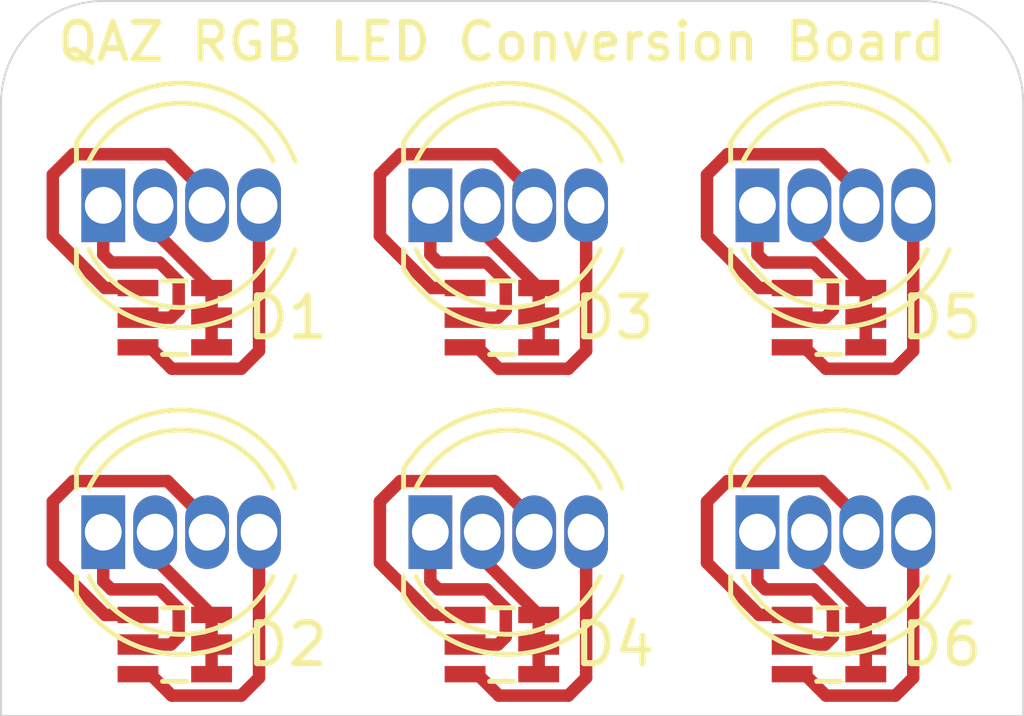
<source format=kicad_pcb>
(kicad_pcb (version 20171130) (host pcbnew "(5.1.4)-1")

  (general
    (thickness 1.6)
    (drawings 7)
    (tracks 138)
    (zones 0)
    (modules 12)
    (nets 25)
  )

  (page A4)
  (title_block
    (title "QAZ RGB LED Breakout Board")
    (date 2020-10-18)
    (rev v1.0)
    (company "Anthony Needles")
  )

  (layers
    (0 F.Cu signal)
    (31 B.Cu signal)
    (32 B.Adhes user)
    (33 F.Adhes user)
    (34 B.Paste user)
    (35 F.Paste user)
    (36 B.SilkS user)
    (37 F.SilkS user)
    (38 B.Mask user)
    (39 F.Mask user)
    (40 Dwgs.User user)
    (41 Cmts.User user)
    (42 Eco1.User user)
    (43 Eco2.User user)
    (44 Edge.Cuts user)
    (45 Margin user)
    (46 B.CrtYd user)
    (47 F.CrtYd user)
    (48 B.Fab user)
    (49 F.Fab user hide)
  )

  (setup
    (last_trace_width 0.3048)
    (user_trace_width 0.2032)
    (user_trace_width 0.254)
    (user_trace_width 0.3048)
    (user_trace_width 0.508)
    (trace_clearance 0.1524)
    (zone_clearance 0.508)
    (zone_45_only no)
    (trace_min 0.2)
    (via_size 0.8)
    (via_drill 0.4)
    (via_min_size 0.4)
    (via_min_drill 0.3)
    (user_via 1.016 0.508)
    (uvia_size 0.3)
    (uvia_drill 0.1)
    (uvias_allowed no)
    (uvia_min_size 0.2)
    (uvia_min_drill 0.1)
    (edge_width 0.05)
    (segment_width 0.2)
    (pcb_text_width 0.3)
    (pcb_text_size 1.5 1.5)
    (mod_edge_width 0.12)
    (mod_text_size 1 1)
    (mod_text_width 0.15)
    (pad_size 1.524 1.524)
    (pad_drill 0.762)
    (pad_to_mask_clearance 0.0508)
    (aux_axis_origin 0 0)
    (grid_origin 151.384 105.41)
    (visible_elements 7FFFFFFF)
    (pcbplotparams
      (layerselection 0x010f0_ffffffff)
      (usegerberextensions false)
      (usegerberattributes true)
      (usegerberadvancedattributes true)
      (creategerberjobfile true)
      (excludeedgelayer true)
      (linewidth 0.100000)
      (plotframeref false)
      (viasonmask false)
      (mode 1)
      (useauxorigin false)
      (hpglpennumber 1)
      (hpglpenspeed 20)
      (hpglpendiameter 15.000000)
      (psnegative false)
      (psa4output false)
      (plotreference true)
      (plotvalue true)
      (plotinvisibletext false)
      (padsonsilk false)
      (subtractmaskfromsilk false)
      (outputformat 1)
      (mirror false)
      (drillshape 0)
      (scaleselection 1)
      (outputdirectory "QAZ_rgb_led_breakoutboard_out/"))
  )

  (net 0 "")
  (net 1 "Net-(D1-Pad5)")
  (net 2 "Net-(D1-Pad2)")
  (net 3 "Net-(D1-Pad1)")
  (net 4 "Net-(D1-Pad3)")
  (net 5 "Net-(D2-Pad5)")
  (net 6 "Net-(D2-Pad1)")
  (net 7 "Net-(D2-Pad3)")
  (net 8 "Net-(D3-Pad5)")
  (net 9 "Net-(D3-Pad1)")
  (net 10 "Net-(D3-Pad3)")
  (net 11 "Net-(D10-Pad1)")
  (net 12 "Net-(D10-Pad4)")
  (net 13 "Net-(D10-Pad3)")
  (net 14 "Net-(D11-Pad1)")
  (net 15 "Net-(D11-Pad4)")
  (net 16 "Net-(D11-Pad3)")
  (net 17 "Net-(D12-Pad1)")
  (net 18 "Net-(D12-Pad4)")
  (net 19 "Net-(D12-Pad3)")
  (net 20 "Net-(D2-Pad2)")
  (net 21 "Net-(D3-Pad2)")
  (net 22 "Net-(D10-Pad2)")
  (net 23 "Net-(D11-Pad2)")
  (net 24 "Net-(D12-Pad2)")

  (net_class Default "This is the default net class."
    (clearance 0.1524)
    (trace_width 0.25)
    (via_dia 0.8)
    (via_drill 0.4)
    (uvia_dia 0.3)
    (uvia_drill 0.1)
    (add_net "Net-(D1-Pad1)")
    (add_net "Net-(D1-Pad2)")
    (add_net "Net-(D1-Pad3)")
    (add_net "Net-(D1-Pad5)")
    (add_net "Net-(D10-Pad1)")
    (add_net "Net-(D10-Pad2)")
    (add_net "Net-(D10-Pad3)")
    (add_net "Net-(D10-Pad4)")
    (add_net "Net-(D11-Pad1)")
    (add_net "Net-(D11-Pad2)")
    (add_net "Net-(D11-Pad3)")
    (add_net "Net-(D11-Pad4)")
    (add_net "Net-(D12-Pad1)")
    (add_net "Net-(D12-Pad2)")
    (add_net "Net-(D12-Pad3)")
    (add_net "Net-(D12-Pad4)")
    (add_net "Net-(D2-Pad1)")
    (add_net "Net-(D2-Pad2)")
    (add_net "Net-(D2-Pad3)")
    (add_net "Net-(D2-Pad5)")
    (add_net "Net-(D3-Pad1)")
    (add_net "Net-(D3-Pad2)")
    (add_net "Net-(D3-Pad3)")
    (add_net "Net-(D3-Pad5)")
  )

  (module QAZ:0606_1616Metric_HS (layer F.Cu) (tedit 60A834A8) (tstamp 60A8A2E5)
    (at 121.634 73.66 180)
    (path /60AE49AF)
    (fp_text reference D6 (at -2.75 0) (layer F.SilkS)
      (effects (font (size 1 1) (thickness 0.15)))
    )
    (fp_text value 19-337C_RSBHGHC-A88_4T (at 0 -3.5) (layer F.Fab)
      (effects (font (size 1 1) (thickness 0.15)))
    )
    (fp_line (start -0.3 0.9) (end 0.3 0.9) (layer F.SilkS) (width 0.12))
    (fp_line (start -0.3 -0.9) (end 0.3 -0.9) (layer F.SilkS) (width 0.12))
    (fp_line (start -1.5 -1) (end -1.5 -0.9) (layer F.CrtYd) (width 0.05))
    (fp_line (start -1.5 1) (end -1.5 0.9) (layer F.CrtYd) (width 0.05))
    (fp_line (start 1.5 1) (end 1.5 0.9) (layer F.CrtYd) (width 0.05))
    (fp_line (start 1.5 -0.9) (end 1.5 -1) (layer F.CrtYd) (width 0.05))
    (fp_line (start -1.5 0.9) (end -1.5 -0.9) (layer F.CrtYd) (width 0.05))
    (fp_line (start 1.5 -0.9) (end 1.5 0.9) (layer F.CrtYd) (width 0.05))
    (fp_line (start -1.5 1) (end 1.5 1) (layer F.CrtYd) (width 0.05))
    (fp_line (start -1.5 -1) (end 1.5 -1) (layer F.CrtYd) (width 0.05))
    (fp_line (start -0.8 0.8) (end -0.8 -0.8) (layer F.Fab) (width 0.05))
    (fp_line (start 0.8 0.8) (end -0.8 0.8) (layer F.Fab) (width 0.05))
    (fp_line (start 0.8 -0.8) (end 0.8 0.8) (layer F.Fab) (width 0.05))
    (fp_line (start -0.8 -0.8) (end 0.8 -0.8) (layer F.Fab) (width 0.05))
    (pad 5 smd rect (at 0.9 0.725) (size 1 0.4) (layers F.Cu F.Paste F.Mask)
      (net 19 "Net-(D12-Pad3)"))
    (pad 6 smd rect (at -0.9 0.725 180) (size 1 0.4) (layers F.Cu F.Paste F.Mask)
      (net 24 "Net-(D12-Pad2)"))
    (pad 1 smd rect (at 0.9 -0.725) (size 1 0.4) (layers F.Cu F.Paste F.Mask)
      (net 18 "Net-(D12-Pad4)"))
    (pad 2 smd rect (at -0.9 -0.725 180) (size 1 0.4) (layers F.Cu F.Paste F.Mask)
      (net 24 "Net-(D12-Pad2)"))
    (pad 3 smd rect (at 0.9 0) (size 1 0.5) (layers F.Cu F.Paste F.Mask)
      (net 17 "Net-(D12-Pad1)"))
    (pad 4 smd rect (at -0.9 0 180) (size 1 0.5) (layers F.Cu F.Paste F.Mask)
      (net 24 "Net-(D12-Pad2)"))
  )

  (module QAZ:0606_1616Metric_HS (layer F.Cu) (tedit 60A834A8) (tstamp 60A8A29F)
    (at 113.634 73.66 180)
    (path /60AE41B1)
    (fp_text reference D4 (at -2.75 0) (layer F.SilkS)
      (effects (font (size 1 1) (thickness 0.15)))
    )
    (fp_text value 19-337C_RSBHGHC-A88_4T (at 0 -3.5) (layer F.Fab)
      (effects (font (size 1 1) (thickness 0.15)))
    )
    (fp_line (start -0.3 0.9) (end 0.3 0.9) (layer F.SilkS) (width 0.12))
    (fp_line (start -0.3 -0.9) (end 0.3 -0.9) (layer F.SilkS) (width 0.12))
    (fp_line (start -1.5 -1) (end -1.5 -0.9) (layer F.CrtYd) (width 0.05))
    (fp_line (start -1.5 1) (end -1.5 0.9) (layer F.CrtYd) (width 0.05))
    (fp_line (start 1.5 1) (end 1.5 0.9) (layer F.CrtYd) (width 0.05))
    (fp_line (start 1.5 -0.9) (end 1.5 -1) (layer F.CrtYd) (width 0.05))
    (fp_line (start -1.5 0.9) (end -1.5 -0.9) (layer F.CrtYd) (width 0.05))
    (fp_line (start 1.5 -0.9) (end 1.5 0.9) (layer F.CrtYd) (width 0.05))
    (fp_line (start -1.5 1) (end 1.5 1) (layer F.CrtYd) (width 0.05))
    (fp_line (start -1.5 -1) (end 1.5 -1) (layer F.CrtYd) (width 0.05))
    (fp_line (start -0.8 0.8) (end -0.8 -0.8) (layer F.Fab) (width 0.05))
    (fp_line (start 0.8 0.8) (end -0.8 0.8) (layer F.Fab) (width 0.05))
    (fp_line (start 0.8 -0.8) (end 0.8 0.8) (layer F.Fab) (width 0.05))
    (fp_line (start -0.8 -0.8) (end 0.8 -0.8) (layer F.Fab) (width 0.05))
    (pad 5 smd rect (at 0.9 0.725) (size 1 0.4) (layers F.Cu F.Paste F.Mask)
      (net 13 "Net-(D10-Pad3)"))
    (pad 6 smd rect (at -0.9 0.725 180) (size 1 0.4) (layers F.Cu F.Paste F.Mask)
      (net 22 "Net-(D10-Pad2)"))
    (pad 1 smd rect (at 0.9 -0.725) (size 1 0.4) (layers F.Cu F.Paste F.Mask)
      (net 12 "Net-(D10-Pad4)"))
    (pad 2 smd rect (at -0.9 -0.725 180) (size 1 0.4) (layers F.Cu F.Paste F.Mask)
      (net 22 "Net-(D10-Pad2)"))
    (pad 3 smd rect (at 0.9 0) (size 1 0.5) (layers F.Cu F.Paste F.Mask)
      (net 11 "Net-(D10-Pad1)"))
    (pad 4 smd rect (at -0.9 0 180) (size 1 0.5) (layers F.Cu F.Paste F.Mask)
      (net 22 "Net-(D10-Pad2)"))
  )

  (module QAZ:0606_1616Metric_HS (layer F.Cu) (tedit 60A834A8) (tstamp 60A8A629)
    (at 105.634 73.66 180)
    (path /60AE324C)
    (fp_text reference D2 (at -2.75 0) (layer F.SilkS)
      (effects (font (size 1 1) (thickness 0.15)))
    )
    (fp_text value 19-337C_RSBHGHC-A88_4T (at 0 -3.5) (layer F.Fab)
      (effects (font (size 1 1) (thickness 0.15)))
    )
    (fp_line (start -0.3 0.9) (end 0.3 0.9) (layer F.SilkS) (width 0.12))
    (fp_line (start -0.3 -0.9) (end 0.3 -0.9) (layer F.SilkS) (width 0.12))
    (fp_line (start -1.5 -1) (end -1.5 -0.9) (layer F.CrtYd) (width 0.05))
    (fp_line (start -1.5 1) (end -1.5 0.9) (layer F.CrtYd) (width 0.05))
    (fp_line (start 1.5 1) (end 1.5 0.9) (layer F.CrtYd) (width 0.05))
    (fp_line (start 1.5 -0.9) (end 1.5 -1) (layer F.CrtYd) (width 0.05))
    (fp_line (start -1.5 0.9) (end -1.5 -0.9) (layer F.CrtYd) (width 0.05))
    (fp_line (start 1.5 -0.9) (end 1.5 0.9) (layer F.CrtYd) (width 0.05))
    (fp_line (start -1.5 1) (end 1.5 1) (layer F.CrtYd) (width 0.05))
    (fp_line (start -1.5 -1) (end 1.5 -1) (layer F.CrtYd) (width 0.05))
    (fp_line (start -0.8 0.8) (end -0.8 -0.8) (layer F.Fab) (width 0.05))
    (fp_line (start 0.8 0.8) (end -0.8 0.8) (layer F.Fab) (width 0.05))
    (fp_line (start 0.8 -0.8) (end 0.8 0.8) (layer F.Fab) (width 0.05))
    (fp_line (start -0.8 -0.8) (end 0.8 -0.8) (layer F.Fab) (width 0.05))
    (pad 5 smd rect (at 0.9 0.725) (size 1 0.4) (layers F.Cu F.Paste F.Mask)
      (net 5 "Net-(D2-Pad5)"))
    (pad 6 smd rect (at -0.9 0.725 180) (size 1 0.4) (layers F.Cu F.Paste F.Mask)
      (net 20 "Net-(D2-Pad2)"))
    (pad 1 smd rect (at 0.9 -0.725) (size 1 0.4) (layers F.Cu F.Paste F.Mask)
      (net 6 "Net-(D2-Pad1)"))
    (pad 2 smd rect (at -0.9 -0.725 180) (size 1 0.4) (layers F.Cu F.Paste F.Mask)
      (net 20 "Net-(D2-Pad2)"))
    (pad 3 smd rect (at 0.9 0) (size 1 0.5) (layers F.Cu F.Paste F.Mask)
      (net 7 "Net-(D2-Pad3)"))
    (pad 4 smd rect (at -0.9 0 180) (size 1 0.5) (layers F.Cu F.Paste F.Mask)
      (net 20 "Net-(D2-Pad2)"))
  )

  (module QAZ:0606_1616Metric_HS (layer F.Cu) (tedit 60A834A8) (tstamp 60A88D7D)
    (at 121.634 65.66 180)
    (path /60AE2A26)
    (fp_text reference D5 (at -2.75 0) (layer F.SilkS)
      (effects (font (size 1 1) (thickness 0.15)))
    )
    (fp_text value 19-337C_RSBHGHC-A88_4T (at 0 -3.5) (layer F.Fab)
      (effects (font (size 1 1) (thickness 0.15)))
    )
    (fp_line (start -0.3 0.9) (end 0.3 0.9) (layer F.SilkS) (width 0.12))
    (fp_line (start -0.3 -0.9) (end 0.3 -0.9) (layer F.SilkS) (width 0.12))
    (fp_line (start -1.5 -1) (end -1.5 -0.9) (layer F.CrtYd) (width 0.05))
    (fp_line (start -1.5 1) (end -1.5 0.9) (layer F.CrtYd) (width 0.05))
    (fp_line (start 1.5 1) (end 1.5 0.9) (layer F.CrtYd) (width 0.05))
    (fp_line (start 1.5 -0.9) (end 1.5 -1) (layer F.CrtYd) (width 0.05))
    (fp_line (start -1.5 0.9) (end -1.5 -0.9) (layer F.CrtYd) (width 0.05))
    (fp_line (start 1.5 -0.9) (end 1.5 0.9) (layer F.CrtYd) (width 0.05))
    (fp_line (start -1.5 1) (end 1.5 1) (layer F.CrtYd) (width 0.05))
    (fp_line (start -1.5 -1) (end 1.5 -1) (layer F.CrtYd) (width 0.05))
    (fp_line (start -0.8 0.8) (end -0.8 -0.8) (layer F.Fab) (width 0.05))
    (fp_line (start 0.8 0.8) (end -0.8 0.8) (layer F.Fab) (width 0.05))
    (fp_line (start 0.8 -0.8) (end 0.8 0.8) (layer F.Fab) (width 0.05))
    (fp_line (start -0.8 -0.8) (end 0.8 -0.8) (layer F.Fab) (width 0.05))
    (pad 5 smd rect (at 0.9 0.725) (size 1 0.4) (layers F.Cu F.Paste F.Mask)
      (net 16 "Net-(D11-Pad3)"))
    (pad 6 smd rect (at -0.9 0.725 180) (size 1 0.4) (layers F.Cu F.Paste F.Mask)
      (net 23 "Net-(D11-Pad2)"))
    (pad 1 smd rect (at 0.9 -0.725) (size 1 0.4) (layers F.Cu F.Paste F.Mask)
      (net 15 "Net-(D11-Pad4)"))
    (pad 2 smd rect (at -0.9 -0.725 180) (size 1 0.4) (layers F.Cu F.Paste F.Mask)
      (net 23 "Net-(D11-Pad2)"))
    (pad 3 smd rect (at 0.9 0) (size 1 0.5) (layers F.Cu F.Paste F.Mask)
      (net 14 "Net-(D11-Pad1)"))
    (pad 4 smd rect (at -0.9 0 180) (size 1 0.5) (layers F.Cu F.Paste F.Mask)
      (net 23 "Net-(D11-Pad2)"))
  )

  (module QAZ:0606_1616Metric_HS (layer F.Cu) (tedit 60A834A8) (tstamp 60A88D4D)
    (at 113.634 65.66 180)
    (path /60AE1D78)
    (fp_text reference D3 (at -2.75 0) (layer F.SilkS)
      (effects (font (size 1 1) (thickness 0.15)))
    )
    (fp_text value 19-337C_RSBHGHC-A88_4T (at 0 -3.5) (layer F.Fab)
      (effects (font (size 1 1) (thickness 0.15)))
    )
    (fp_line (start -0.3 0.9) (end 0.3 0.9) (layer F.SilkS) (width 0.12))
    (fp_line (start -0.3 -0.9) (end 0.3 -0.9) (layer F.SilkS) (width 0.12))
    (fp_line (start -1.5 -1) (end -1.5 -0.9) (layer F.CrtYd) (width 0.05))
    (fp_line (start -1.5 1) (end -1.5 0.9) (layer F.CrtYd) (width 0.05))
    (fp_line (start 1.5 1) (end 1.5 0.9) (layer F.CrtYd) (width 0.05))
    (fp_line (start 1.5 -0.9) (end 1.5 -1) (layer F.CrtYd) (width 0.05))
    (fp_line (start -1.5 0.9) (end -1.5 -0.9) (layer F.CrtYd) (width 0.05))
    (fp_line (start 1.5 -0.9) (end 1.5 0.9) (layer F.CrtYd) (width 0.05))
    (fp_line (start -1.5 1) (end 1.5 1) (layer F.CrtYd) (width 0.05))
    (fp_line (start -1.5 -1) (end 1.5 -1) (layer F.CrtYd) (width 0.05))
    (fp_line (start -0.8 0.8) (end -0.8 -0.8) (layer F.Fab) (width 0.05))
    (fp_line (start 0.8 0.8) (end -0.8 0.8) (layer F.Fab) (width 0.05))
    (fp_line (start 0.8 -0.8) (end 0.8 0.8) (layer F.Fab) (width 0.05))
    (fp_line (start -0.8 -0.8) (end 0.8 -0.8) (layer F.Fab) (width 0.05))
    (pad 5 smd rect (at 0.9 0.725) (size 1 0.4) (layers F.Cu F.Paste F.Mask)
      (net 8 "Net-(D3-Pad5)"))
    (pad 6 smd rect (at -0.9 0.725 180) (size 1 0.4) (layers F.Cu F.Paste F.Mask)
      (net 21 "Net-(D3-Pad2)"))
    (pad 1 smd rect (at 0.9 -0.725) (size 1 0.4) (layers F.Cu F.Paste F.Mask)
      (net 9 "Net-(D3-Pad1)"))
    (pad 2 smd rect (at -0.9 -0.725 180) (size 1 0.4) (layers F.Cu F.Paste F.Mask)
      (net 21 "Net-(D3-Pad2)"))
    (pad 3 smd rect (at 0.9 0) (size 1 0.5) (layers F.Cu F.Paste F.Mask)
      (net 10 "Net-(D3-Pad3)"))
    (pad 4 smd rect (at -0.9 0 180) (size 1 0.5) (layers F.Cu F.Paste F.Mask)
      (net 21 "Net-(D3-Pad2)"))
  )

  (module LED_THT:LED_D5.0mm-4_RGB (layer F.Cu) (tedit 5B74EEBE) (tstamp 60A893F3)
    (at 119.884 70.91)
    (descr "LED, diameter 5.0mm, 2 pins, diameter 5.0mm, 3 pins, diameter 5.0mm, 4 pins, http://www.kingbright.com/attachments/file/psearch/000/00/00/L-154A4SUREQBFZGEW(Ver.9A).pdf")
    (tags "LED diameter 5.0mm 2 pins diameter 5.0mm 3 pins diameter 5.0mm 4 pins RGB RGBLED")
    (path /60A942F3)
    (fp_text reference D12 (at 1.905 -3.96) (layer F.SilkS) hide
      (effects (font (size 1 1) (thickness 0.15)))
    )
    (fp_text value LED_RABG (at 1.905 3.96) (layer F.Fab)
      (effects (font (size 1 1) (thickness 0.15)))
    )
    (fp_text user %R (at 1.905 -3.96) (layer F.Fab)
      (effects (font (size 1 1) (thickness 0.15)))
    )
    (fp_line (start 5.15 -3.25) (end -1.35 -3.25) (layer F.CrtYd) (width 0.05))
    (fp_line (start 5.15 3.25) (end 5.15 -3.25) (layer F.CrtYd) (width 0.05))
    (fp_line (start -1.35 3.25) (end 5.15 3.25) (layer F.CrtYd) (width 0.05))
    (fp_line (start -1.35 -3.25) (end -1.35 3.25) (layer F.CrtYd) (width 0.05))
    (fp_line (start -0.655 1.08) (end -0.655 1.545) (layer F.SilkS) (width 0.12))
    (fp_line (start -0.655 -1.545) (end -0.655 -1.08) (layer F.SilkS) (width 0.12))
    (fp_line (start -0.595 -1.469694) (end -0.595 1.469694) (layer F.Fab) (width 0.1))
    (fp_circle (center 1.905 0) (end 4.405 0) (layer F.Fab) (width 0.1))
    (fp_arc (start 1.905 0) (end -0.349684 1.08) (angle -128.8) (layer F.SilkS) (width 0.12))
    (fp_arc (start 1.905 0) (end -0.349684 -1.08) (angle 128.8) (layer F.SilkS) (width 0.12))
    (fp_arc (start 1.905 0) (end -0.655 1.54483) (angle -127.7) (layer F.SilkS) (width 0.12))
    (fp_arc (start 1.905 0) (end -0.655 -1.54483) (angle 127.7) (layer F.SilkS) (width 0.12))
    (fp_arc (start 1.905 0) (end -0.595 -1.469694) (angle 299.1) (layer F.Fab) (width 0.1))
    (pad 4 thru_hole oval (at 3.81 0) (size 1.07 1.8) (drill 0.9) (layers *.Cu *.Mask)
      (net 18 "Net-(D12-Pad4)"))
    (pad 3 thru_hole oval (at 2.54 0) (size 1.07 1.8) (drill 0.9) (layers *.Cu *.Mask)
      (net 19 "Net-(D12-Pad3)"))
    (pad 2 thru_hole oval (at 1.27 0) (size 1.07 1.8) (drill 0.9) (layers *.Cu *.Mask)
      (net 24 "Net-(D12-Pad2)"))
    (pad 1 thru_hole rect (at 0 0) (size 1.07 1.8) (drill 0.9) (layers *.Cu *.Mask)
      (net 17 "Net-(D12-Pad1)"))
    (model ${KISYS3DMOD}/LED_THT.3dshapes/LED_D5.0mm-4_RGB.wrl
      (at (xyz 0 0 0))
      (scale (xyz 1 1 1))
      (rotate (xyz 0 0 0))
    )
  )

  (module LED_THT:LED_D5.0mm-4_RGB (layer F.Cu) (tedit 5B74EEBE) (tstamp 60A8939E)
    (at 119.884 62.91)
    (descr "LED, diameter 5.0mm, 2 pins, diameter 5.0mm, 3 pins, diameter 5.0mm, 4 pins, http://www.kingbright.com/attachments/file/psearch/000/00/00/L-154A4SUREQBFZGEW(Ver.9A).pdf")
    (tags "LED diameter 5.0mm 2 pins diameter 5.0mm 3 pins diameter 5.0mm 4 pins RGB RGBLED")
    (path /60A93322)
    (fp_text reference D11 (at 1.905 -3.96) (layer F.SilkS) hide
      (effects (font (size 1 1) (thickness 0.15)))
    )
    (fp_text value LED_RABG (at 1.905 3.96) (layer F.Fab)
      (effects (font (size 1 1) (thickness 0.15)))
    )
    (fp_text user %R (at 1.905 -3.96) (layer F.Fab)
      (effects (font (size 1 1) (thickness 0.15)))
    )
    (fp_line (start 5.15 -3.25) (end -1.35 -3.25) (layer F.CrtYd) (width 0.05))
    (fp_line (start 5.15 3.25) (end 5.15 -3.25) (layer F.CrtYd) (width 0.05))
    (fp_line (start -1.35 3.25) (end 5.15 3.25) (layer F.CrtYd) (width 0.05))
    (fp_line (start -1.35 -3.25) (end -1.35 3.25) (layer F.CrtYd) (width 0.05))
    (fp_line (start -0.655 1.08) (end -0.655 1.545) (layer F.SilkS) (width 0.12))
    (fp_line (start -0.655 -1.545) (end -0.655 -1.08) (layer F.SilkS) (width 0.12))
    (fp_line (start -0.595 -1.469694) (end -0.595 1.469694) (layer F.Fab) (width 0.1))
    (fp_circle (center 1.905 0) (end 4.405 0) (layer F.Fab) (width 0.1))
    (fp_arc (start 1.905 0) (end -0.349684 1.08) (angle -128.8) (layer F.SilkS) (width 0.12))
    (fp_arc (start 1.905 0) (end -0.349684 -1.08) (angle 128.8) (layer F.SilkS) (width 0.12))
    (fp_arc (start 1.905 0) (end -0.655 1.54483) (angle -127.7) (layer F.SilkS) (width 0.12))
    (fp_arc (start 1.905 0) (end -0.655 -1.54483) (angle 127.7) (layer F.SilkS) (width 0.12))
    (fp_arc (start 1.905 0) (end -0.595 -1.469694) (angle 299.1) (layer F.Fab) (width 0.1))
    (pad 4 thru_hole oval (at 3.81 0) (size 1.07 1.8) (drill 0.9) (layers *.Cu *.Mask)
      (net 15 "Net-(D11-Pad4)"))
    (pad 3 thru_hole oval (at 2.54 0) (size 1.07 1.8) (drill 0.9) (layers *.Cu *.Mask)
      (net 16 "Net-(D11-Pad3)"))
    (pad 2 thru_hole oval (at 1.27 0) (size 1.07 1.8) (drill 0.9) (layers *.Cu *.Mask)
      (net 23 "Net-(D11-Pad2)"))
    (pad 1 thru_hole rect (at 0 0) (size 1.07 1.8) (drill 0.9) (layers *.Cu *.Mask)
      (net 14 "Net-(D11-Pad1)"))
    (model ${KISYS3DMOD}/LED_THT.3dshapes/LED_D5.0mm-4_RGB.wrl
      (at (xyz 0 0 0))
      (scale (xyz 1 1 1))
      (rotate (xyz 0 0 0))
    )
  )

  (module LED_THT:LED_D5.0mm-4_RGB (layer F.Cu) (tedit 5B74EEBE) (tstamp 60A892F4)
    (at 111.884 70.91)
    (descr "LED, diameter 5.0mm, 2 pins, diameter 5.0mm, 3 pins, diameter 5.0mm, 4 pins, http://www.kingbright.com/attachments/file/psearch/000/00/00/L-154A4SUREQBFZGEW(Ver.9A).pdf")
    (tags "LED diameter 5.0mm 2 pins diameter 5.0mm 3 pins diameter 5.0mm 4 pins RGB RGBLED")
    (path /60A92769)
    (fp_text reference D10 (at 1.905 -3.96) (layer F.SilkS) hide
      (effects (font (size 1 1) (thickness 0.15)))
    )
    (fp_text value LED_RABG (at 1.905 3.96) (layer F.Fab)
      (effects (font (size 1 1) (thickness 0.15)))
    )
    (fp_text user %R (at 1.905 -3.96) (layer F.Fab)
      (effects (font (size 1 1) (thickness 0.15)))
    )
    (fp_line (start 5.15 -3.25) (end -1.35 -3.25) (layer F.CrtYd) (width 0.05))
    (fp_line (start 5.15 3.25) (end 5.15 -3.25) (layer F.CrtYd) (width 0.05))
    (fp_line (start -1.35 3.25) (end 5.15 3.25) (layer F.CrtYd) (width 0.05))
    (fp_line (start -1.35 -3.25) (end -1.35 3.25) (layer F.CrtYd) (width 0.05))
    (fp_line (start -0.655 1.08) (end -0.655 1.545) (layer F.SilkS) (width 0.12))
    (fp_line (start -0.655 -1.545) (end -0.655 -1.08) (layer F.SilkS) (width 0.12))
    (fp_line (start -0.595 -1.469694) (end -0.595 1.469694) (layer F.Fab) (width 0.1))
    (fp_circle (center 1.905 0) (end 4.405 0) (layer F.Fab) (width 0.1))
    (fp_arc (start 1.905 0) (end -0.349684 1.08) (angle -128.8) (layer F.SilkS) (width 0.12))
    (fp_arc (start 1.905 0) (end -0.349684 -1.08) (angle 128.8) (layer F.SilkS) (width 0.12))
    (fp_arc (start 1.905 0) (end -0.655 1.54483) (angle -127.7) (layer F.SilkS) (width 0.12))
    (fp_arc (start 1.905 0) (end -0.655 -1.54483) (angle 127.7) (layer F.SilkS) (width 0.12))
    (fp_arc (start 1.905 0) (end -0.595 -1.469694) (angle 299.1) (layer F.Fab) (width 0.1))
    (pad 4 thru_hole oval (at 3.81 0) (size 1.07 1.8) (drill 0.9) (layers *.Cu *.Mask)
      (net 12 "Net-(D10-Pad4)"))
    (pad 3 thru_hole oval (at 2.54 0) (size 1.07 1.8) (drill 0.9) (layers *.Cu *.Mask)
      (net 13 "Net-(D10-Pad3)"))
    (pad 2 thru_hole oval (at 1.27 0) (size 1.07 1.8) (drill 0.9) (layers *.Cu *.Mask)
      (net 22 "Net-(D10-Pad2)"))
    (pad 1 thru_hole rect (at 0 0) (size 1.07 1.8) (drill 0.9) (layers *.Cu *.Mask)
      (net 11 "Net-(D10-Pad1)"))
    (model ${KISYS3DMOD}/LED_THT.3dshapes/LED_D5.0mm-4_RGB.wrl
      (at (xyz 0 0 0))
      (scale (xyz 1 1 1))
      (rotate (xyz 0 0 0))
    )
  )

  (module LED_THT:LED_D5.0mm-4_RGB (layer F.Cu) (tedit 5B74EEBE) (tstamp 60A89349)
    (at 111.884 62.91)
    (descr "LED, diameter 5.0mm, 2 pins, diameter 5.0mm, 3 pins, diameter 5.0mm, 4 pins, http://www.kingbright.com/attachments/file/psearch/000/00/00/L-154A4SUREQBFZGEW(Ver.9A).pdf")
    (tags "LED diameter 5.0mm 2 pins diameter 5.0mm 3 pins diameter 5.0mm 4 pins RGB RGBLED")
    (path /60A91DBC)
    (fp_text reference D9 (at 1.905 -3.96) (layer F.SilkS) hide
      (effects (font (size 1 1) (thickness 0.15)))
    )
    (fp_text value LED_RABG (at 1.905 3.96) (layer F.Fab)
      (effects (font (size 1 1) (thickness 0.15)))
    )
    (fp_text user %R (at 1.905 -3.96) (layer F.Fab)
      (effects (font (size 1 1) (thickness 0.15)))
    )
    (fp_line (start 5.15 -3.25) (end -1.35 -3.25) (layer F.CrtYd) (width 0.05))
    (fp_line (start 5.15 3.25) (end 5.15 -3.25) (layer F.CrtYd) (width 0.05))
    (fp_line (start -1.35 3.25) (end 5.15 3.25) (layer F.CrtYd) (width 0.05))
    (fp_line (start -1.35 -3.25) (end -1.35 3.25) (layer F.CrtYd) (width 0.05))
    (fp_line (start -0.655 1.08) (end -0.655 1.545) (layer F.SilkS) (width 0.12))
    (fp_line (start -0.655 -1.545) (end -0.655 -1.08) (layer F.SilkS) (width 0.12))
    (fp_line (start -0.595 -1.469694) (end -0.595 1.469694) (layer F.Fab) (width 0.1))
    (fp_circle (center 1.905 0) (end 4.405 0) (layer F.Fab) (width 0.1))
    (fp_arc (start 1.905 0) (end -0.349684 1.08) (angle -128.8) (layer F.SilkS) (width 0.12))
    (fp_arc (start 1.905 0) (end -0.349684 -1.08) (angle 128.8) (layer F.SilkS) (width 0.12))
    (fp_arc (start 1.905 0) (end -0.655 1.54483) (angle -127.7) (layer F.SilkS) (width 0.12))
    (fp_arc (start 1.905 0) (end -0.655 -1.54483) (angle 127.7) (layer F.SilkS) (width 0.12))
    (fp_arc (start 1.905 0) (end -0.595 -1.469694) (angle 299.1) (layer F.Fab) (width 0.1))
    (pad 4 thru_hole oval (at 3.81 0) (size 1.07 1.8) (drill 0.9) (layers *.Cu *.Mask)
      (net 9 "Net-(D3-Pad1)"))
    (pad 3 thru_hole oval (at 2.54 0) (size 1.07 1.8) (drill 0.9) (layers *.Cu *.Mask)
      (net 8 "Net-(D3-Pad5)"))
    (pad 2 thru_hole oval (at 1.27 0) (size 1.07 1.8) (drill 0.9) (layers *.Cu *.Mask)
      (net 21 "Net-(D3-Pad2)"))
    (pad 1 thru_hole rect (at 0 0) (size 1.07 1.8) (drill 0.9) (layers *.Cu *.Mask)
      (net 10 "Net-(D3-Pad3)"))
    (model ${KISYS3DMOD}/LED_THT.3dshapes/LED_D5.0mm-4_RGB.wrl
      (at (xyz 0 0 0))
      (scale (xyz 1 1 1))
      (rotate (xyz 0 0 0))
    )
  )

  (module LED_THT:LED_D5.0mm-4_RGB (layer F.Cu) (tedit 5B74EEBE) (tstamp 60A8915D)
    (at 103.884 70.91)
    (descr "LED, diameter 5.0mm, 2 pins, diameter 5.0mm, 3 pins, diameter 5.0mm, 4 pins, http://www.kingbright.com/attachments/file/psearch/000/00/00/L-154A4SUREQBFZGEW(Ver.9A).pdf")
    (tags "LED diameter 5.0mm 2 pins diameter 5.0mm 3 pins diameter 5.0mm 4 pins RGB RGBLED")
    (path /60A91888)
    (fp_text reference D8 (at 1.905 -3.96) (layer F.SilkS) hide
      (effects (font (size 1 1) (thickness 0.15)))
    )
    (fp_text value LED_RABG (at 1.905 3.96) (layer F.Fab)
      (effects (font (size 1 1) (thickness 0.15)))
    )
    (fp_text user %R (at 1.905 -3.96) (layer F.Fab)
      (effects (font (size 1 1) (thickness 0.15)))
    )
    (fp_line (start 5.15 -3.25) (end -1.35 -3.25) (layer F.CrtYd) (width 0.05))
    (fp_line (start 5.15 3.25) (end 5.15 -3.25) (layer F.CrtYd) (width 0.05))
    (fp_line (start -1.35 3.25) (end 5.15 3.25) (layer F.CrtYd) (width 0.05))
    (fp_line (start -1.35 -3.25) (end -1.35 3.25) (layer F.CrtYd) (width 0.05))
    (fp_line (start -0.655 1.08) (end -0.655 1.545) (layer F.SilkS) (width 0.12))
    (fp_line (start -0.655 -1.545) (end -0.655 -1.08) (layer F.SilkS) (width 0.12))
    (fp_line (start -0.595 -1.469694) (end -0.595 1.469694) (layer F.Fab) (width 0.1))
    (fp_circle (center 1.905 0) (end 4.405 0) (layer F.Fab) (width 0.1))
    (fp_arc (start 1.905 0) (end -0.349684 1.08) (angle -128.8) (layer F.SilkS) (width 0.12))
    (fp_arc (start 1.905 0) (end -0.349684 -1.08) (angle 128.8) (layer F.SilkS) (width 0.12))
    (fp_arc (start 1.905 0) (end -0.655 1.54483) (angle -127.7) (layer F.SilkS) (width 0.12))
    (fp_arc (start 1.905 0) (end -0.655 -1.54483) (angle 127.7) (layer F.SilkS) (width 0.12))
    (fp_arc (start 1.905 0) (end -0.595 -1.469694) (angle 299.1) (layer F.Fab) (width 0.1))
    (pad 4 thru_hole oval (at 3.81 0) (size 1.07 1.8) (drill 0.9) (layers *.Cu *.Mask)
      (net 6 "Net-(D2-Pad1)"))
    (pad 3 thru_hole oval (at 2.54 0) (size 1.07 1.8) (drill 0.9) (layers *.Cu *.Mask)
      (net 5 "Net-(D2-Pad5)"))
    (pad 2 thru_hole oval (at 1.27 0) (size 1.07 1.8) (drill 0.9) (layers *.Cu *.Mask)
      (net 20 "Net-(D2-Pad2)"))
    (pad 1 thru_hole rect (at 0 0) (size 1.07 1.8) (drill 0.9) (layers *.Cu *.Mask)
      (net 7 "Net-(D2-Pad3)"))
    (model ${KISYS3DMOD}/LED_THT.3dshapes/LED_D5.0mm-4_RGB.wrl
      (at (xyz 0 0 0))
      (scale (xyz 1 1 1))
      (rotate (xyz 0 0 0))
    )
  )

  (module LED_THT:LED_D5.0mm-4_RGB (layer F.Cu) (tedit 5B74EEBE) (tstamp 60A8A500)
    (at 103.884 62.91)
    (descr "LED, diameter 5.0mm, 2 pins, diameter 5.0mm, 3 pins, diameter 5.0mm, 4 pins, http://www.kingbright.com/attachments/file/psearch/000/00/00/L-154A4SUREQBFZGEW(Ver.9A).pdf")
    (tags "LED diameter 5.0mm 2 pins diameter 5.0mm 3 pins diameter 5.0mm 4 pins RGB RGBLED")
    (path /60A8D4B2)
    (fp_text reference D7 (at 1.905 -3.96) (layer F.SilkS) hide
      (effects (font (size 1 1) (thickness 0.15)))
    )
    (fp_text value LED_RABG (at 1.905 3.96) (layer F.Fab)
      (effects (font (size 1 1) (thickness 0.15)))
    )
    (fp_text user %R (at 1.905 -3.96) (layer F.Fab)
      (effects (font (size 1 1) (thickness 0.15)))
    )
    (fp_line (start 5.15 -3.25) (end -1.35 -3.25) (layer F.CrtYd) (width 0.05))
    (fp_line (start 5.15 3.25) (end 5.15 -3.25) (layer F.CrtYd) (width 0.05))
    (fp_line (start -1.35 3.25) (end 5.15 3.25) (layer F.CrtYd) (width 0.05))
    (fp_line (start -1.35 -3.25) (end -1.35 3.25) (layer F.CrtYd) (width 0.05))
    (fp_line (start -0.655 1.08) (end -0.655 1.545) (layer F.SilkS) (width 0.12))
    (fp_line (start -0.655 -1.545) (end -0.655 -1.08) (layer F.SilkS) (width 0.12))
    (fp_line (start -0.595 -1.469694) (end -0.595 1.469694) (layer F.Fab) (width 0.1))
    (fp_circle (center 1.905 0) (end 4.405 0) (layer F.Fab) (width 0.1))
    (fp_arc (start 1.905 0) (end -0.349684 1.08) (angle -128.8) (layer F.SilkS) (width 0.12))
    (fp_arc (start 1.905 0) (end -0.349684 -1.08) (angle 128.8) (layer F.SilkS) (width 0.12))
    (fp_arc (start 1.905 0) (end -0.655 1.54483) (angle -127.7) (layer F.SilkS) (width 0.12))
    (fp_arc (start 1.905 0) (end -0.655 -1.54483) (angle 127.7) (layer F.SilkS) (width 0.12))
    (fp_arc (start 1.905 0) (end -0.595 -1.469694) (angle 299.1) (layer F.Fab) (width 0.1))
    (pad 4 thru_hole oval (at 3.81 0) (size 1.07 1.8) (drill 0.9) (layers *.Cu *.Mask)
      (net 3 "Net-(D1-Pad1)"))
    (pad 3 thru_hole oval (at 2.54 0) (size 1.07 1.8) (drill 0.9) (layers *.Cu *.Mask)
      (net 1 "Net-(D1-Pad5)"))
    (pad 2 thru_hole oval (at 1.27 0) (size 1.07 1.8) (drill 0.9) (layers *.Cu *.Mask)
      (net 2 "Net-(D1-Pad2)"))
    (pad 1 thru_hole rect (at 0 0) (size 1.07 1.8) (drill 0.9) (layers *.Cu *.Mask)
      (net 4 "Net-(D1-Pad3)"))
    (model ${KISYS3DMOD}/LED_THT.3dshapes/LED_D5.0mm-4_RGB.wrl
      (at (xyz 0 0 0))
      (scale (xyz 1 1 1))
      (rotate (xyz 0 0 0))
    )
  )

  (module QAZ:0606_1616Metric_HS (layer F.Cu) (tedit 60A834A8) (tstamp 60A8A570)
    (at 105.634 65.66 180)
    (path /60A94F3B)
    (fp_text reference D1 (at -2.75 0) (layer F.SilkS)
      (effects (font (size 1 1) (thickness 0.15)))
    )
    (fp_text value 19-337C_RSBHGHC-A88_4T (at 0 -3.5) (layer F.Fab)
      (effects (font (size 1 1) (thickness 0.15)))
    )
    (fp_line (start -0.8 -0.8) (end 0.8 -0.8) (layer F.Fab) (width 0.05))
    (fp_line (start 0.8 -0.8) (end 0.8 0.8) (layer F.Fab) (width 0.05))
    (fp_line (start 0.8 0.8) (end -0.8 0.8) (layer F.Fab) (width 0.05))
    (fp_line (start -0.8 0.8) (end -0.8 -0.8) (layer F.Fab) (width 0.05))
    (fp_line (start -1.5 -1) (end 1.5 -1) (layer F.CrtYd) (width 0.05))
    (fp_line (start -1.5 1) (end 1.5 1) (layer F.CrtYd) (width 0.05))
    (fp_line (start 1.5 -0.9) (end 1.5 0.9) (layer F.CrtYd) (width 0.05))
    (fp_line (start -1.5 0.9) (end -1.5 -0.9) (layer F.CrtYd) (width 0.05))
    (fp_line (start 1.5 -0.9) (end 1.5 -1) (layer F.CrtYd) (width 0.05))
    (fp_line (start 1.5 1) (end 1.5 0.9) (layer F.CrtYd) (width 0.05))
    (fp_line (start -1.5 1) (end -1.5 0.9) (layer F.CrtYd) (width 0.05))
    (fp_line (start -1.5 -1) (end -1.5 -0.9) (layer F.CrtYd) (width 0.05))
    (fp_line (start -0.3 -0.9) (end 0.3 -0.9) (layer F.SilkS) (width 0.12))
    (fp_line (start -0.3 0.9) (end 0.3 0.9) (layer F.SilkS) (width 0.12))
    (pad 4 smd rect (at -0.9 0 180) (size 1 0.5) (layers F.Cu F.Paste F.Mask)
      (net 2 "Net-(D1-Pad2)"))
    (pad 3 smd rect (at 0.9 0) (size 1 0.5) (layers F.Cu F.Paste F.Mask)
      (net 4 "Net-(D1-Pad3)"))
    (pad 2 smd rect (at -0.9 -0.725 180) (size 1 0.4) (layers F.Cu F.Paste F.Mask)
      (net 2 "Net-(D1-Pad2)"))
    (pad 1 smd rect (at 0.9 -0.725) (size 1 0.4) (layers F.Cu F.Paste F.Mask)
      (net 3 "Net-(D1-Pad1)"))
    (pad 6 smd rect (at -0.9 0.725 180) (size 1 0.4) (layers F.Cu F.Paste F.Mask)
      (net 2 "Net-(D1-Pad2)"))
    (pad 5 smd rect (at 0.9 0.725) (size 1 0.4) (layers F.Cu F.Paste F.Mask)
      (net 1 "Net-(D1-Pad5)"))
  )

  (gr_text "QAZ RGB LED Conversion Board" (at 113.634 58.91) (layer F.SilkS)
    (effects (font (size 0.9 0.9) (thickness 0.15)))
  )
  (gr_arc (start 103.884 60.41) (end 103.884 57.91) (angle -90) (layer Edge.Cuts) (width 0.05))
  (gr_arc (start 123.884 60.41) (end 126.384 60.41) (angle -90) (layer Edge.Cuts) (width 0.05))
  (gr_line (start 101.384 60.41) (end 101.384 75.41) (layer Edge.Cuts) (width 0.05) (tstamp 60A88F24))
  (gr_line (start 123.884 57.91) (end 103.884 57.91) (layer Edge.Cuts) (width 0.05))
  (gr_line (start 126.384 75.41) (end 126.384 60.41) (layer Edge.Cuts) (width 0.05))
  (gr_line (start 101.384 75.41) (end 126.384 75.41) (layer Edge.Cuts) (width 0.05))

  (segment (start 110.650358 62.16) (end 110.650358 63.66) (width 0.3048) (layer F.Cu) (net 8) (tstamp 60A8B71B))
  (segment (start 111.9292 64.935) (end 112.734 64.935) (width 0.3048) (layer F.Cu) (net 8) (tstamp 60A8B71C))
  (segment (start 111.925358 64.935) (end 111.9292 64.935) (width 0.3048) (layer F.Cu) (net 8) (tstamp 60A8B71D))
  (segment (start 113.45667 61.66) (end 111.150358 61.66) (width 0.3048) (layer F.Cu) (net 8) (tstamp 60A8B71E))
  (segment (start 111.150358 61.66) (end 110.650358 62.16) (width 0.3048) (layer F.Cu) (net 8) (tstamp 60A8B71F))
  (segment (start 114.424 62.91) (end 114.424 62.62733) (width 0.3048) (layer F.Cu) (net 8) (tstamp 60A8B720))
  (segment (start 114.424 62.62733) (end 113.45667 61.66) (width 0.3048) (layer F.Cu) (net 8) (tstamp 60A8B721))
  (segment (start 110.650358 63.66) (end 111.925358 64.935) (width 0.3048) (layer F.Cu) (net 8) (tstamp 60A8B722))
  (segment (start 113.154 63.555) (end 114.534 64.935) (width 0.3048) (layer F.Cu) (net 21) (tstamp 60A8B716))
  (segment (start 114.534 64.935) (end 114.534 66.385) (width 0.3048) (layer F.Cu) (net 21) (tstamp 60A8B718))
  (segment (start 113.154 62.91) (end 113.154 63.555) (width 0.3048) (layer F.Cu) (net 21) (tstamp 60A8B719))
  (segment (start 113.034 66.385) (end 112.734 66.385) (width 0.3048) (layer F.Cu) (net 9) (tstamp 60A8B713))
  (segment (start 115.694 66.473642) (end 115.257642 66.91) (width 0.3048) (layer F.Cu) (net 9) (tstamp 60A8B714))
  (segment (start 115.694 62.91) (end 115.694 66.473642) (width 0.3048) (layer F.Cu) (net 9) (tstamp 60A8B715))
  (segment (start 115.257642 66.91) (end 113.559 66.91) (width 0.3048) (layer F.Cu) (net 9) (tstamp 60A8B717))
  (segment (start 113.559 66.91) (end 113.034 66.385) (width 0.3048) (layer F.Cu) (net 9) (tstamp 60A8B71A))
  (segment (start 111.884 62.91) (end 111.884 64.1148) (width 0.3048) (layer F.Cu) (net 10) (tstamp 60A8B70C))
  (segment (start 113.729199 65.469601) (end 113.5388 65.66) (width 0.3048) (layer F.Cu) (net 10) (tstamp 60A8B70D))
  (segment (start 113.729199 64.776791) (end 113.729199 65.469601) (width 0.3048) (layer F.Cu) (net 10) (tstamp 60A8B70E))
  (segment (start 113.262408 64.31) (end 113.729199 64.776791) (width 0.3048) (layer F.Cu) (net 10) (tstamp 60A8B70F))
  (segment (start 112.0792 64.31) (end 113.262408 64.31) (width 0.3048) (layer F.Cu) (net 10) (tstamp 60A8B710))
  (segment (start 113.5388 65.66) (end 112.734 65.66) (width 0.3048) (layer F.Cu) (net 10) (tstamp 60A8B711))
  (segment (start 111.884 64.1148) (end 112.0792 64.31) (width 0.3048) (layer F.Cu) (net 10) (tstamp 60A8B712))
  (segment (start 118.650358 62.16) (end 118.650358 63.66) (width 0.3048) (layer F.Cu) (net 16) (tstamp 60A8B71B))
  (segment (start 119.9292 64.935) (end 120.734 64.935) (width 0.3048) (layer F.Cu) (net 16) (tstamp 60A8B71C))
  (segment (start 119.925358 64.935) (end 119.9292 64.935) (width 0.3048) (layer F.Cu) (net 16) (tstamp 60A8B71D))
  (segment (start 121.45667 61.66) (end 119.150358 61.66) (width 0.3048) (layer F.Cu) (net 16) (tstamp 60A8B71E))
  (segment (start 119.150358 61.66) (end 118.650358 62.16) (width 0.3048) (layer F.Cu) (net 16) (tstamp 60A8B71F))
  (segment (start 122.424 62.91) (end 122.424 62.62733) (width 0.3048) (layer F.Cu) (net 16) (tstamp 60A8B720))
  (segment (start 122.424 62.62733) (end 121.45667 61.66) (width 0.3048) (layer F.Cu) (net 16) (tstamp 60A8B721))
  (segment (start 118.650358 63.66) (end 119.925358 64.935) (width 0.3048) (layer F.Cu) (net 16) (tstamp 60A8B722))
  (segment (start 121.154 63.555) (end 122.534 64.935) (width 0.3048) (layer F.Cu) (net 23) (tstamp 60A8B716))
  (segment (start 122.534 64.935) (end 122.534 66.385) (width 0.3048) (layer F.Cu) (net 23) (tstamp 60A8B718))
  (segment (start 121.154 62.91) (end 121.154 63.555) (width 0.3048) (layer F.Cu) (net 23) (tstamp 60A8B719))
  (segment (start 121.034 66.385) (end 120.734 66.385) (width 0.3048) (layer F.Cu) (net 15) (tstamp 60A8B713))
  (segment (start 123.694 66.473642) (end 123.257642 66.91) (width 0.3048) (layer F.Cu) (net 15) (tstamp 60A8B714))
  (segment (start 123.694 62.91) (end 123.694 66.473642) (width 0.3048) (layer F.Cu) (net 15) (tstamp 60A8B715))
  (segment (start 123.257642 66.91) (end 121.559 66.91) (width 0.3048) (layer F.Cu) (net 15) (tstamp 60A8B717))
  (segment (start 121.559 66.91) (end 121.034 66.385) (width 0.3048) (layer F.Cu) (net 15) (tstamp 60A8B71A))
  (segment (start 119.884 62.91) (end 119.884 64.1148) (width 0.3048) (layer F.Cu) (net 14) (tstamp 60A8B70C))
  (segment (start 121.729199 65.469601) (end 121.5388 65.66) (width 0.3048) (layer F.Cu) (net 14) (tstamp 60A8B70D))
  (segment (start 121.729199 64.776791) (end 121.729199 65.469601) (width 0.3048) (layer F.Cu) (net 14) (tstamp 60A8B70E))
  (segment (start 121.262408 64.31) (end 121.729199 64.776791) (width 0.3048) (layer F.Cu) (net 14) (tstamp 60A8B70F))
  (segment (start 120.0792 64.31) (end 121.262408 64.31) (width 0.3048) (layer F.Cu) (net 14) (tstamp 60A8B710))
  (segment (start 121.5388 65.66) (end 120.734 65.66) (width 0.3048) (layer F.Cu) (net 14) (tstamp 60A8B711))
  (segment (start 119.884 64.1148) (end 120.0792 64.31) (width 0.3048) (layer F.Cu) (net 14) (tstamp 60A8B712))
  (segment (start 118.650358 70.16) (end 118.650358 71.66) (width 0.3048) (layer F.Cu) (net 19) (tstamp 60A8B71B))
  (segment (start 119.9292 72.935) (end 120.734 72.935) (width 0.3048) (layer F.Cu) (net 19) (tstamp 60A8B71C))
  (segment (start 119.925358 72.935) (end 119.9292 72.935) (width 0.3048) (layer F.Cu) (net 19) (tstamp 60A8B71D))
  (segment (start 121.45667 69.66) (end 119.150358 69.66) (width 0.3048) (layer F.Cu) (net 19) (tstamp 60A8B71E))
  (segment (start 119.150358 69.66) (end 118.650358 70.16) (width 0.3048) (layer F.Cu) (net 19) (tstamp 60A8B71F))
  (segment (start 122.424 70.91) (end 122.424 70.62733) (width 0.3048) (layer F.Cu) (net 19) (tstamp 60A8B720))
  (segment (start 122.424 70.62733) (end 121.45667 69.66) (width 0.3048) (layer F.Cu) (net 19) (tstamp 60A8B721))
  (segment (start 118.650358 71.66) (end 119.925358 72.935) (width 0.3048) (layer F.Cu) (net 19) (tstamp 60A8B722))
  (segment (start 121.154 71.555) (end 122.534 72.935) (width 0.3048) (layer F.Cu) (net 24) (tstamp 60A8B716))
  (segment (start 122.534 72.935) (end 122.534 74.385) (width 0.3048) (layer F.Cu) (net 24) (tstamp 60A8B718))
  (segment (start 121.154 70.91) (end 121.154 71.555) (width 0.3048) (layer F.Cu) (net 24) (tstamp 60A8B719))
  (segment (start 121.034 74.385) (end 120.734 74.385) (width 0.3048) (layer F.Cu) (net 18) (tstamp 60A8B713))
  (segment (start 123.694 74.473642) (end 123.257642 74.91) (width 0.3048) (layer F.Cu) (net 18) (tstamp 60A8B714))
  (segment (start 123.694 70.91) (end 123.694 74.473642) (width 0.3048) (layer F.Cu) (net 18) (tstamp 60A8B715))
  (segment (start 123.257642 74.91) (end 121.559 74.91) (width 0.3048) (layer F.Cu) (net 18) (tstamp 60A8B717))
  (segment (start 121.559 74.91) (end 121.034 74.385) (width 0.3048) (layer F.Cu) (net 18) (tstamp 60A8B71A))
  (segment (start 119.884 70.91) (end 119.884 72.1148) (width 0.3048) (layer F.Cu) (net 17) (tstamp 60A8B70C))
  (segment (start 121.729199 73.469601) (end 121.5388 73.66) (width 0.3048) (layer F.Cu) (net 17) (tstamp 60A8B70D))
  (segment (start 121.729199 72.776791) (end 121.729199 73.469601) (width 0.3048) (layer F.Cu) (net 17) (tstamp 60A8B70E))
  (segment (start 121.262408 72.31) (end 121.729199 72.776791) (width 0.3048) (layer F.Cu) (net 17) (tstamp 60A8B70F))
  (segment (start 120.0792 72.31) (end 121.262408 72.31) (width 0.3048) (layer F.Cu) (net 17) (tstamp 60A8B710))
  (segment (start 121.5388 73.66) (end 120.734 73.66) (width 0.3048) (layer F.Cu) (net 17) (tstamp 60A8B711))
  (segment (start 119.884 72.1148) (end 120.0792 72.31) (width 0.3048) (layer F.Cu) (net 17) (tstamp 60A8B712))
  (segment (start 110.650358 70.16) (end 110.650358 71.66) (width 0.3048) (layer F.Cu) (net 13) (tstamp 60A8B71B))
  (segment (start 111.9292 72.935) (end 112.734 72.935) (width 0.3048) (layer F.Cu) (net 13) (tstamp 60A8B71C))
  (segment (start 111.925358 72.935) (end 111.9292 72.935) (width 0.3048) (layer F.Cu) (net 13) (tstamp 60A8B71D))
  (segment (start 113.45667 69.66) (end 111.150358 69.66) (width 0.3048) (layer F.Cu) (net 13) (tstamp 60A8B71E))
  (segment (start 111.150358 69.66) (end 110.650358 70.16) (width 0.3048) (layer F.Cu) (net 13) (tstamp 60A8B71F))
  (segment (start 114.424 70.91) (end 114.424 70.62733) (width 0.3048) (layer F.Cu) (net 13) (tstamp 60A8B720))
  (segment (start 114.424 70.62733) (end 113.45667 69.66) (width 0.3048) (layer F.Cu) (net 13) (tstamp 60A8B721))
  (segment (start 110.650358 71.66) (end 111.925358 72.935) (width 0.3048) (layer F.Cu) (net 13) (tstamp 60A8B722))
  (segment (start 113.154 71.555) (end 114.534 72.935) (width 0.3048) (layer F.Cu) (net 22) (tstamp 60A8B716))
  (segment (start 114.534 72.935) (end 114.534 74.385) (width 0.3048) (layer F.Cu) (net 22) (tstamp 60A8B718))
  (segment (start 113.154 70.91) (end 113.154 71.555) (width 0.3048) (layer F.Cu) (net 22) (tstamp 60A8B719))
  (segment (start 113.034 74.385) (end 112.734 74.385) (width 0.3048) (layer F.Cu) (net 12) (tstamp 60A8B713))
  (segment (start 115.694 74.473642) (end 115.257642 74.91) (width 0.3048) (layer F.Cu) (net 12) (tstamp 60A8B714))
  (segment (start 115.694 70.91) (end 115.694 74.473642) (width 0.3048) (layer F.Cu) (net 12) (tstamp 60A8B715))
  (segment (start 115.257642 74.91) (end 113.559 74.91) (width 0.3048) (layer F.Cu) (net 12) (tstamp 60A8B717))
  (segment (start 113.559 74.91) (end 113.034 74.385) (width 0.3048) (layer F.Cu) (net 12) (tstamp 60A8B71A))
  (segment (start 111.884 70.91) (end 111.884 72.1148) (width 0.3048) (layer F.Cu) (net 11) (tstamp 60A8B70C))
  (segment (start 113.729199 73.469601) (end 113.5388 73.66) (width 0.3048) (layer F.Cu) (net 11) (tstamp 60A8B70D))
  (segment (start 113.729199 72.776791) (end 113.729199 73.469601) (width 0.3048) (layer F.Cu) (net 11) (tstamp 60A8B70E))
  (segment (start 113.262408 72.31) (end 113.729199 72.776791) (width 0.3048) (layer F.Cu) (net 11) (tstamp 60A8B70F))
  (segment (start 112.0792 72.31) (end 113.262408 72.31) (width 0.3048) (layer F.Cu) (net 11) (tstamp 60A8B710))
  (segment (start 113.5388 73.66) (end 112.734 73.66) (width 0.3048) (layer F.Cu) (net 11) (tstamp 60A8B711))
  (segment (start 111.884 72.1148) (end 112.0792 72.31) (width 0.3048) (layer F.Cu) (net 11) (tstamp 60A8B712))
  (segment (start 102.650358 70.16) (end 102.650358 71.66) (width 0.3048) (layer F.Cu) (net 5) (tstamp 60A8B71B))
  (segment (start 103.9292 72.935) (end 104.734 72.935) (width 0.3048) (layer F.Cu) (net 5) (tstamp 60A8B71C))
  (segment (start 103.925358 72.935) (end 103.9292 72.935) (width 0.3048) (layer F.Cu) (net 5) (tstamp 60A8B71D))
  (segment (start 105.45667 69.66) (end 103.150358 69.66) (width 0.3048) (layer F.Cu) (net 5) (tstamp 60A8B71E))
  (segment (start 103.150358 69.66) (end 102.650358 70.16) (width 0.3048) (layer F.Cu) (net 5) (tstamp 60A8B71F))
  (segment (start 106.424 70.91) (end 106.424 70.62733) (width 0.3048) (layer F.Cu) (net 5) (tstamp 60A8B720))
  (segment (start 106.424 70.62733) (end 105.45667 69.66) (width 0.3048) (layer F.Cu) (net 5) (tstamp 60A8B721))
  (segment (start 102.650358 71.66) (end 103.925358 72.935) (width 0.3048) (layer F.Cu) (net 5) (tstamp 60A8B722))
  (segment (start 105.154 71.555) (end 106.534 72.935) (width 0.3048) (layer F.Cu) (net 20) (tstamp 60A8B716))
  (segment (start 106.534 72.935) (end 106.534 74.385) (width 0.3048) (layer F.Cu) (net 20) (tstamp 60A8B718))
  (segment (start 105.154 70.91) (end 105.154 71.555) (width 0.3048) (layer F.Cu) (net 20) (tstamp 60A8B719))
  (segment (start 105.034 74.385) (end 104.734 74.385) (width 0.3048) (layer F.Cu) (net 6) (tstamp 60A8B713))
  (segment (start 107.694 74.473642) (end 107.257642 74.91) (width 0.3048) (layer F.Cu) (net 6) (tstamp 60A8B714))
  (segment (start 107.694 70.91) (end 107.694 74.473642) (width 0.3048) (layer F.Cu) (net 6) (tstamp 60A8B715))
  (segment (start 107.257642 74.91) (end 105.559 74.91) (width 0.3048) (layer F.Cu) (net 6) (tstamp 60A8B717))
  (segment (start 105.559 74.91) (end 105.034 74.385) (width 0.3048) (layer F.Cu) (net 6) (tstamp 60A8B71A))
  (segment (start 103.884 70.91) (end 103.884 72.1148) (width 0.3048) (layer F.Cu) (net 7) (tstamp 60A8B70C))
  (segment (start 105.729199 73.469601) (end 105.5388 73.66) (width 0.3048) (layer F.Cu) (net 7) (tstamp 60A8B70D))
  (segment (start 105.729199 72.776791) (end 105.729199 73.469601) (width 0.3048) (layer F.Cu) (net 7) (tstamp 60A8B70E))
  (segment (start 105.262408 72.31) (end 105.729199 72.776791) (width 0.3048) (layer F.Cu) (net 7) (tstamp 60A8B70F))
  (segment (start 104.0792 72.31) (end 105.262408 72.31) (width 0.3048) (layer F.Cu) (net 7) (tstamp 60A8B710))
  (segment (start 105.5388 73.66) (end 104.734 73.66) (width 0.3048) (layer F.Cu) (net 7) (tstamp 60A8B711))
  (segment (start 103.884 72.1148) (end 104.0792 72.31) (width 0.3048) (layer F.Cu) (net 7) (tstamp 60A8B712))
  (segment (start 106.424 62.62733) (end 105.45667 61.66) (width 0.3048) (layer F.Cu) (net 1))
  (segment (start 106.424 62.91) (end 106.424 62.62733) (width 0.3048) (layer F.Cu) (net 1))
  (segment (start 103.150358 61.66) (end 102.650358 62.16) (width 0.3048) (layer F.Cu) (net 1))
  (segment (start 105.45667 61.66) (end 103.150358 61.66) (width 0.3048) (layer F.Cu) (net 1))
  (segment (start 103.9292 64.935) (end 104.734 64.935) (width 0.3048) (layer F.Cu) (net 1))
  (segment (start 103.925358 64.935) (end 103.9292 64.935) (width 0.3048) (layer F.Cu) (net 1))
  (segment (start 102.650358 63.66) (end 103.925358 64.935) (width 0.3048) (layer F.Cu) (net 1))
  (segment (start 102.650358 62.16) (end 102.650358 63.66) (width 0.3048) (layer F.Cu) (net 1))
  (segment (start 105.154 63.555) (end 106.534 64.935) (width 0.3048) (layer F.Cu) (net 2))
  (segment (start 105.154 62.91) (end 105.154 63.555) (width 0.3048) (layer F.Cu) (net 2))
  (segment (start 106.534 64.935) (end 106.534 66.385) (width 0.3048) (layer F.Cu) (net 2))
  (segment (start 107.694 66.473642) (end 107.257642 66.91) (width 0.3048) (layer F.Cu) (net 3))
  (segment (start 107.694 62.91) (end 107.694 66.473642) (width 0.3048) (layer F.Cu) (net 3))
  (segment (start 105.034 66.385) (end 104.734 66.385) (width 0.3048) (layer F.Cu) (net 3))
  (segment (start 105.559 66.91) (end 105.034 66.385) (width 0.3048) (layer F.Cu) (net 3))
  (segment (start 107.257642 66.91) (end 105.559 66.91) (width 0.3048) (layer F.Cu) (net 3))
  (segment (start 103.884 64.1148) (end 104.0792 64.31) (width 0.3048) (layer F.Cu) (net 4))
  (segment (start 103.884 62.91) (end 103.884 64.1148) (width 0.3048) (layer F.Cu) (net 4))
  (segment (start 105.5388 65.66) (end 104.734 65.66) (width 0.3048) (layer F.Cu) (net 4))
  (segment (start 105.729199 65.469601) (end 105.5388 65.66) (width 0.3048) (layer F.Cu) (net 4))
  (segment (start 105.729199 64.776791) (end 105.729199 65.469601) (width 0.3048) (layer F.Cu) (net 4))
  (segment (start 105.262408 64.31) (end 105.729199 64.776791) (width 0.3048) (layer F.Cu) (net 4))
  (segment (start 104.0792 64.31) (end 105.262408 64.31) (width 0.3048) (layer F.Cu) (net 4))

)

</source>
